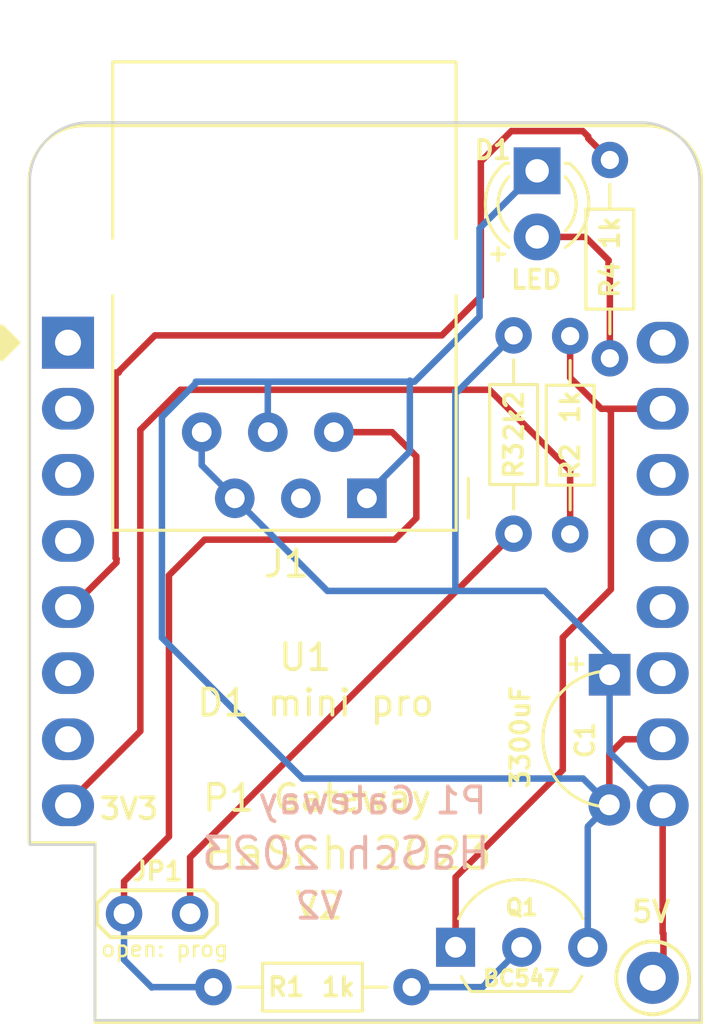
<source format=kicad_pcb>
(kicad_pcb (version 20211014) (generator pcbnew)
  (title_block (title "P1 Gateway") (date "2023-07-14") (rev "1") (company "HaSch"))
  (layers (0 "F.Cu" signal) (31 "B.Cu" signal) (34 "B.Paste" user) (35 "F.Paste" user) (36 "B.SilkS" user "B.Silkscreen") (37 "F.SilkS" user "F.Silkscreen") (38 "B.Mask" user) (39 "F.Mask" user) (44 "Edge.Cuts" user))
  (net 0 "")
  (net 1 "Net-(D1-Pad2)")
  (net 2 "Net-(Q1-Pad2)")
  (net 3 "Net-(Q1-Pad1)")
  (net 4 "Net-(C1-Pad1)")
  (net 5 "Net-(R2-Pad1)")
  (net 6 "Net-(JP1-Pad2)")
  (net 7 "Net-(R4-Pad1)")
  (net 20 "Net-(JP1-Pad1)")
  (net 21 "Net-(D1-Pad1)")
  (footprint "Connector_RJ:RJ12_Amphenol_54601" (layer "F.Cu") (at 184.21 66.94 180)
    (fp_text reference "J1" (at 3.09 -2.52) (layer "F.SilkS"))
    (fp_text value "6P6C")
    (fp_line (start -3.43 -1.23) (end 9.77 -1.23) (layer "F.SilkS") (width 0.12))
    (fp_line (start 9.77 16.77) (end 9.77 9.99) (layer "F.SilkS") (width 0.12))
    (fp_line (start 9.77 16.76) (end 9.77 16.77) (layer "F.SilkS") (width 0.1))
    (fp_line (start 9.77 16.65) (end 9.77 16.77) (layer "F.SilkS") (width 0.1))
    (fp_line (start -3.43 7.72) (end -3.43 7.79) (layer "F.SilkS") (width 0.1))
    (fp_line (start 9.77 16.77) (end -3.43 16.77) (layer "F.SilkS") (width 0.12))
    (fp_line (start 9.77 -1.23) (end 9.77 7.79) (layer "F.SilkS") (width 0.12))
    (fp_line (start -3.43 7.79) (end -3.43 -1.23) (layer "F.SilkS") (width 0.12))
    (fp_line (start -3.43 16.77) (end -3.43 9.99) (layer "F.SilkS") (width 0.12))
    (fp_line (start -3.9 0.77) (end -3.9 -0.76) (layer "F.SilkS") (width 0.12))
    (pad "" np_thru_hole circle (at -1.91 8.89 180) (size 3.25 3.25) (drill 3.25) (layers *.Cu *.Mask))
    (pad "" np_thru_hole circle (at 8.25 8.89 180) (size 3.25 3.25) (drill 3.25) (layers *.Cu *.Mask))
    (pad "1" thru_hole rect (at 0 0 180) (size 1.52 1.52) (drill 0.76) (layers *.Cu *.Mask) (net 21 "Net-(D1-Pad1)"))
    (pad "2" thru_hole circle (at 1.27 2.54 180) (size 1.52 1.52) (drill 0.76) (layers *.Cu *.Mask) (net 20 "Net-(JP1-Pad1)"))
    (pad "3" thru_hole circle (at 2.54 0 180) (size 1.52 1.52) (drill 0.76) (layers *.Cu *.Mask))
    (pad "4" thru_hole circle (at 3.81 2.54 180) (size 1.52 1.52) (drill 0.76) (layers *.Cu *.Mask) (net 21 "Net-(D1-Pad1)"))
    (pad "5" thru_hole circle (at 5.08 0 180) (size 1.52 1.52) (drill 0.76) (layers *.Cu *.Mask) (net 4 "Net-(C1-Pad1)"))
    (pad "6" thru_hole circle (at 6.35 2.54 180) (size 1.52 1.52) (drill 0.76) (layers *.Cu *.Mask) (net 4 "Net-(C1-Pad1)"))
  )
  (footprint "Resistor_THT:R_Axial_DIN0204_L3.6mm_D1.6mm_P7.62mm_Horizontal" (layer "F.Cu") (at 192.024 68.326 90)
    (fp_text reference "R2" (at 2.8 0 90) (layer "F.SilkS") (effects (font (size 0.7 0.7))))
    (fp_text value "1k" (at 4.9 0 90) (layer "F.SilkS") (effects (font (size 0.7 0.7))))
    (fp_line (start 6.68 0) (end 5.73 0) (layer "F.SilkS") (width 0.12))
    (fp_line (start 0.94 0) (end 1.89 0) (layer "F.SilkS") (width 0.12))
    (fp_line (start 5.73 0.92) (end 5.73 -0.92) (layer "F.SilkS") (width 0.12))
    (fp_line (start 5.73 -0.92) (end 1.89 -0.92) (layer "F.SilkS") (width 0.12))
    (fp_line (start 1.89 0.92) (end 5.73 0.92) (layer "F.SilkS") (width 0.12))
    (fp_line (start 1.89 -0.92) (end 1.89 0.92) (layer "F.SilkS") (width 0.12))
    (pad "1" thru_hole circle (at 0 0 90) (size 1.4 1.4) (drill 0.7) (layers *.Cu *.Mask) (net 5 "Net-(R2-Pad1)"))
    (pad "2" thru_hole oval (at 7.62 0 90) (size 1.4 1.4) (drill 0.7) (layers *.Cu *.Mask) (net 3 "Net-(Q1-Pad1)"))
  )
  (footprint "Capacitor_THT:CP_Radial_D5.0mm_P2.50mm" (layer "F.Cu") (at 193.6 74.94 -90)
    (fp_text reference "C1" (at 1.3 1 -90) (layer "F.SilkS") (effects (font (size 0.7 0.7))))
    (fp_text value "3300uF" (at 1.18 3.49 -90) (layer "F.SilkS") (effects (font (size 0.7 0.7))))
    (fp_line (start -1.88 1.34) (end -1.38 1.34) (layer "F.SilkS") (width 0.12))
    (fp_line (start -1.63 1.09) (end -1.63 1.59) (layer "F.SilkS") (width 0.12))
    (fp_arc (start 3.87 0) (mid 1.25 2.62) (end -1.37 0) (layer "F.SilkS") (width 0.12))
    (pad "1" thru_hole rect (at -1.22 0.06 270) (size 1.6 1.6) (drill 0.8) (layers *.Cu *.Mask) (net 4 "Net-(C1-Pad1)"))
    (pad "2" thru_hole circle (at 3.78 0.07 270) (size 1.6 1.6) (drill 0.8) (layers *.Cu *.Mask) (net 21 "Net-(D1-Pad1)"))
  )
  (footprint "TestPoint:TestPoint_2Pads_Pitch2.54mm_Drill0.8mm" (layer "F.Cu") (at 174.8736 82.9056)
    (fp_text reference "JP1" (at 1.29 -1.63) (layer "F.SilkS") (effects (font (size 0.7 0.7))))
    (fp_text value "open: prog" (at 1.5664 1.3544) (layer "F.SilkS") (effects (font (size 0.6 0.6) (thickness 0.1))))
    (fp_line (start 3.57 -0.4) (end 3.57 0.4) (layer "F.SilkS") (width 0.15))
    (fp_line (start -1.03 0.4) (end -1.03 -0.4) (layer "F.SilkS") (width 0.15))
    (fp_line (start 3.07 0.9) (end -0.53 0.9) (layer "F.SilkS") (width 0.15))
    (fp_line (start -0.53 0.9) (end -1.03 0.4) (layer "F.SilkS") (width 0.15))
    (fp_line (start 3.57 0.4) (end 3.07 0.9) (layer "F.SilkS") (width 0.15))
    (fp_line (start -0.53 -0.9) (end 3.07 -0.9) (layer "F.SilkS") (width 0.15))
    (fp_line (start -1.03 -0.4) (end -0.53 -0.9) (layer "F.SilkS") (width 0.15))
    (fp_line (start 3.07 -0.9) (end 3.57 -0.4) (layer "F.SilkS") (width 0.15))
    (pad "1" thru_hole circle (at 0 0) (size 1.4 1.4) (drill 0.8) (layers *.Cu *.Mask) (net 20 "Net-(JP1-Pad1)"))
    (pad "2" thru_hole circle (at 2.54 0) (size 1.4 1.4) (drill 0.8) (layers *.Cu *.Mask) (net 6 "Net-(JP1-Pad2)"))
  )
  (footprint "Module:WEMOS_D1_mini_light" (layer "F.Cu") (at 172.72 60.96)
    (fp_text reference "U1" (at 9.12 12.09) (layer "F.SilkS"))
    (fp_text value "D1 mini pro" hide)
    (fp_text user "D1 mini pro" (at 9.52 13.84) (layer "F.SilkS"))
    (fp_line (start 24.36 26.12) (end 24.36 -6.21) (layer "F.SilkS") (width 0.12))
    (fp_line (start -1.5 19.22) (end -1.5 -6.21) (layer "F.SilkS") (width 0.12))
    (fp_line (start 22.24 -8.34) (end 0.63 -8.34) (layer "F.SilkS") (width 0.12))
    (fp_line (start -1.5 19.22) (end 1.04 19.22) (layer "F.SilkS") (width 0.12))
    (fp_line (start 1.04 19.22) (end 1.04 26.12) (layer "F.SilkS") (width 0.12))
    (fp_line (start 1.04 26.12) (end 24.36 26.12) (layer "F.SilkS") (width 0.12))
    (fp_arc (start -1.5 -6.21) (mid -0.876137 -7.716137) (end 0.63 -8.34) (layer "F.SilkS") (width 0.12))
    (fp_arc (start 22.23 -8.34) (mid 23.736137 -7.716137) (end 24.36 -6.21) (layer "F.SilkS") (width 0.12))
    (fp_poly (pts (xy -2.54 -0.635) (xy -2.54 0.635) (xy -1.905 0)) (layer "F.SilkS") (width 0.15) (fill solid))
    (pad "1" thru_hole rect (at 0 0) (size 2 2) (drill 1) (layers *.Cu *.Mask))
    (pad "2" thru_hole oval (at 0 2.54) (size 2 1.6) (drill 1) (layers *.Cu *.Mask))
    (pad "3" thru_hole oval (at 0 5.08) (size 2 1.6) (drill 1) (layers *.Cu *.Mask))
    (pad "4" thru_hole oval (at 0 7.62) (size 2 1.6) (drill 1) (layers *.Cu *.Mask))
    (pad "5" thru_hole oval (at 0 10.16) (size 2 1.6) (drill 1) (layers *.Cu *.Mask) (net 7 "Net-(R4-Pad1)"))
    (pad "6" thru_hole oval (at 0 12.7) (size 2 1.6) (drill 1) (layers *.Cu *.Mask))
    (pad "7" thru_hole oval (at 0 15.24) (size 2 1.6) (drill 1) (layers *.Cu *.Mask))
    (pad "8" thru_hole oval (at 0 17.78) (size 2 1.6) (drill 1) (layers *.Cu *.Mask) (net 5 "Net-(R2-Pad1)"))
    (pad "9" thru_hole oval (at 22.86 17.78) (size 2 1.6) (drill 1) (layers *.Cu *.Mask) (net 4 "Net-(C1-Pad1)"))
    (pad "10" thru_hole oval (at 22.86 15.24) (size 2 1.6) (drill 1) (layers *.Cu *.Mask) (net 21 "Net-(D1-Pad1)"))
    (pad "11" thru_hole oval (at 22.86 12.7) (size 2 1.6) (drill 1) (layers *.Cu *.Mask))
    (pad "12" thru_hole oval (at 22.86 10.16) (size 2 1.6) (drill 1) (layers *.Cu *.Mask))
    (pad "13" thru_hole oval (at 22.86 7.62) (size 2 1.6) (drill 1) (layers *.Cu *.Mask))
    (pad "14" thru_hole oval (at 22.86 5.08) (size 2 1.6) (drill 1) (layers *.Cu *.Mask))
    (pad "15" thru_hole oval (at 22.86 2.54) (size 2 1.6) (drill 1) (layers *.Cu *.Mask) (net 3 "Net-(Q1-Pad1)"))
    (pad "16" thru_hole oval (at 22.86 0) (size 2 1.6) (drill 1) (layers *.Cu *.Mask))
  )
  (footprint "Resistor_THT:R_Axial_DIN0204_L3.6mm_D1.6mm_P7.62mm_Horizontal" (layer "F.Cu") (at 193.55 53.94 -90)
    (fp_text reference "R4" (at 4.6 0 90) (layer "F.SilkS") (effects (font (size 0.7 0.7))))
    (fp_text value "1k" (at 2.8 0 90) (layer "F.SilkS") (effects (font (size 0.7 0.7))))
    (fp_line (start 1.89 0.92) (end 5.73 0.92) (layer "F.SilkS") (width 0.12))
    (fp_line (start 0.94 0) (end 1.89 0) (layer "F.SilkS") (width 0.12))
    (fp_line (start 5.73 -0.92) (end 1.89 -0.92) (layer "F.SilkS") (width 0.12))
    (fp_line (start 6.68 0) (end 5.73 0) (layer "F.SilkS") (width 0.12))
    (fp_line (start 5.73 0.92) (end 5.73 -0.92) (layer "F.SilkS") (width 0.12))
    (fp_line (start 1.89 -0.92) (end 1.89 0.92) (layer "F.SilkS") (width 0.12))
    (pad "1" thru_hole circle (at 0 0 270) (size 1.4 1.4) (drill 0.7) (layers *.Cu *.Mask) (net 7 "Net-(R4-Pad1)"))
    (pad "2" thru_hole oval (at 7.62 0 270) (size 1.4 1.4) (drill 0.7) (layers *.Cu *.Mask) (net 1 "Net-(D1-Pad2)"))
  )
  (footprint "Package_TO_SOT_THT:TO-92L_Inline_Wide" (layer "F.Cu") (at 187.6198 84.1938)
    (fp_text reference "Q1" (at 2.54 -1.53) (layer "F.SilkS") (effects (font (size 0.6 0.6))))
    (fp_text value "BC547" (at 2.53 1.19) (layer "F.SilkS") (effects (font (size 0.6 0.6))))
    (fp_line (start 0.6 1.7) (end 4.45 1.7) (layer "F.SilkS") (width 0.12))
    (fp_arc (start 4.842383 1.112264) (mid 4.666594 1.419753) (end 4.45 1.7) (layer "F.SilkS") (width 0.12))
    (fp_arc (start 2.54 -2.6) (mid 3.936979 -2.192818) (end 4.8964 -1.098807) (layer "F.SilkS") (width 0.12))
    (fp_arc (start 0.1136 -1.098807) (mid 1.073021 -2.192817) (end 2.47 -2.6) (layer "F.SilkS") (width 0.12))
    (fp_arc (start 0.6 1.7) (mid 0.389183 1.423933) (end 0.217369 1.122045) (layer "F.SilkS") (width 0.12))
    (pad "1" thru_hole rect (at 0 0) (size 1.5 1.5) (drill 0.8) (layers *.Cu *.Mask) (net 3 "Net-(Q1-Pad1)"))
    (pad "2" thru_hole circle (at 2.54 0) (size 1.5 1.5) (drill 0.8) (layers *.Cu *.Mask) (net 2 "Net-(Q1-Pad2)"))
    (pad "3" thru_hole circle (at 5.08 0) (size 1.5 1.5) (drill 0.8) (layers *.Cu *.Mask) (net 21 "Net-(D1-Pad1)"))
  )
  (footprint "TestPoint:TestPoint_Keystone_5000-5004_Miniature" (layer "F.Cu") (at 195.199 85.3694)
    (fp_text reference "TP1" hide)
    (fp_text value "5V" (at -0.059 -2.5394) (layer "F.SilkS") (effects (font (size 0.8 0.8))))
    (fp_circle (center 0 0) (end 1.4 0) (layer "F.SilkS") (width 0.15) (fill none))
    (pad "1" thru_hole circle (at 0 0) (size 2 2) (drill 1) (layers *.Cu *.Mask) (net 4 "Net-(C1-Pad1)"))
  )
  (footprint "Resistor_THT:R_Axial_DIN0204_L3.6mm_D1.6mm_P7.62mm_Horizontal" (layer "F.Cu") (at 189.85 60.68 -90)
    (fp_text reference "R3" (at 4.8 0 90) (layer "F.SilkS") (effects (font (size 0.7 0.7))))
    (fp_text value "2k2" (at 3.1 -0.02 90) (layer "F.SilkS") (effects (font (size 0.7 0.7))))
    (fp_line (start 1.89 -0.92) (end 1.89 0.92) (layer "F.SilkS") (width 0.12))
    (fp_line (start 5.73 -0.92) (end 1.89 -0.92) (layer "F.SilkS") (width 0.12))
    (fp_line (start 5.73 0.92) (end 5.73 -0.92) (layer "F.SilkS") (width 0.12))
    (fp_line (start 6.68 0) (end 5.73 0) (layer "F.SilkS") (width 0.12))
    (fp_line (start 0.94 0) (end 1.89 0) (layer "F.SilkS") (width 0.12))
    (fp_line (start 1.89 0.92) (end 5.73 0.92) (layer "F.SilkS") (width 0.12))
    (pad "1" thru_hole circle (at 0 0 270) (size 1.4 1.4) (drill 0.7) (layers *.Cu *.Mask) (net 4 "Net-(C1-Pad1)"))
    (pad "2" thru_hole oval (at 7.62 0 270) (size 1.4 1.4) (drill 0.7) (layers *.Cu *.Mask) (net 6 "Net-(JP1-Pad2)"))
  )
  (footprint "Resistor_THT:R_Axial_DIN0204_L3.6mm_D1.6mm_P7.62mm_Horizontal" (layer "F.Cu") (at 178.308 85.725)
    (fp_text reference "R1" (at 2.8 0) (layer "F.SilkS") (effects (font (size 0.7 0.7))))
    (fp_text value "1k" (at 4.8 0) (layer "F.SilkS") (effects (font (size 0.7 0.7))))
    (fp_line (start 5.73 0.92) (end 5.73 -0.92) (layer "F.SilkS") (width 0.12))
    (fp_line (start 1.89 -0.92) (end 1.89 0.92) (layer "F.SilkS") (width 0.12))
    (fp_line (start 5.73 -0.92) (end 1.89 -0.92) (layer "F.SilkS") (width 0.12))
    (fp_line (start 1.89 0.92) (end 5.73 0.92) (layer "F.SilkS") (width 0.12))
    (fp_line (start 6.68 0) (end 5.73 0) (layer "F.SilkS") (width 0.12))
    (fp_line (start 0.94 0) (end 1.89 0) (layer "F.SilkS") (width 0.12))
    (pad "1" thru_hole circle (at 0 0) (size 1.4 1.4) (drill 0.7) (layers *.Cu *.Mask) (net 20 "Net-(JP1-Pad1)"))
    (pad "2" thru_hole oval (at 7.62 0) (size 1.4 1.4) (drill 0.7) (layers *.Cu *.Mask) (net 2 "Net-(Q1-Pad2)"))
  )
  (footprint "LED_THT:LED_D3.0mm" (layer "F.Cu") (at 190.754 54.356 -90)
    (fp_text reference "D1" (at -0.8 1.7 180) (layer "F.SilkS") (effects (font (size 0.7 0.7))))
    (fp_text value "LED" (at 4.184 0.034) (layer "F.SilkS") (effects (font (size 0.7 0.7))))
    (fp_line (start -0.29 -1.236) (end -0.29 -1.08) (layer "F.SilkS") (width 0.12))
    (fp_line (start 3.2 1.25) (end 3.2 1.75) (layer "F.SilkS") (width 0.12))
    (fp_line (start 2.95 1.5) (end 3.45 1.5) (layer "F.SilkS") (width 0.12))
    (fp_line (start -0.29 1.08) (end -0.29 1.236) (layer "F.SilkS") (width 0.12))
    (fp_arc (start -0.29 -1.235516) (mid 1.366487 -1.987659) (end 2.942335 -1.078608) (layer "F.SilkS") (width 0.12))
    (fp_arc (start 2.942335 1.078608) (mid 1.366487 1.987659) (end -0.29 1.235516) (layer "F.SilkS") (width 0.12))
    (fp_arc (start 2.31113 1.079837) (mid 1.270117 1.5) (end 0.229039 1.08) (layer "F.SilkS") (width 0.12))
    (fp_arc (start 0.229039 -1.08) (mid 1.270117 -1.5) (end 2.31113 -1.079837) (layer "F.SilkS") (width 0.12))
    (pad "1" thru_hole rect (at 0 0 270) (size 1.8 1.8) (drill 0.9) (layers *.Cu *.Mask) (net 21 "Net-(D1-Pad1)"))
    (pad "2" thru_hole circle (at 2.54 0 270) (size 1.8 1.8) (drill 0.9) (layers *.Cu *.Mask) (net 1 "Net-(D1-Pad2)"))
  )
  (gr_arc (start 171.25 54.75) (mid 171.90901 53.15901) (end 173.5 52.5) (layer "Edge.Cuts") (width 0.1))
  (gr_line (start 173.75 80.25) (end 171.25 80.25) (layer "Edge.Cuts") (width 0.1))
  (gr_arc (start 194.75 52.5) (mid 196.34099 53.15901) (end 197 54.75) (layer "Edge.Cuts") (width 0.1))
  (gr_line (start 197 54.75) (end 197 87) (layer "Edge.Cuts") (width 0.1))
  (gr_line (start 171.25 80.25) (end 171.25 54.75) (layer "Edge.Cuts") (width 0.1))
  (gr_line (start 173.75 87) (end 173.75 80.25) (layer "Edge.Cuts") (width 0.1))
  (gr_line (start 197 87) (end 173.75 87) (layer "Edge.Cuts") (width 0.1))
  (gr_line (start 171.25 80.25) (end 171.25 80.25) (layer "Edge.Cuts") (width 0.1))
  (gr_line (start 173.5 52.5) (end 194.75 52.5) (layer "Edge.Cuts") (width 0.1))
  (gr_rect (start 173.75 80.25) (end 173.75 80.25) (layer "Edge.Cuts") (width 0.1) (fill none))
  (gr_text "HaSch 2023" (at 183.4 80.59) (layer "B.SilkS") (effects (font (size 1.2 1.2)) (justify mirror)))
  (gr_text "V2" (at 182.38 82.6) (layer "B.SilkS") (effects (font (size 1 1)) (justify mirror)))
  (gr_text "P1 Gateway" (at 184.42 78.56) (layer "B.SilkS") (effects (font (size 1 1)) (justify mirror)))
  (gr_text "3V3" (at 175.06 78.87) (layer "F.SilkS") (effects (font (size 0.8 0.8))))
  (gr_text "V2" (at 182.38 82.6) (layer "F.SilkS") (effects (font (size 1 1))))
  (gr_text "HaSch 2023" (at 183.48 80.59) (layer "F.SilkS") (effects (font (size 1.2 1.2))))
  (gr_text "P1 Gateway" (at 182.3 78.46) (layer "F.SilkS") (effects (font (size 1 1))))
  (segment (start 190.754 56.896) (end 192.606 56.896) (width 0.25) (layer "F.Cu") (net 1))
  (segment (start 190.754 56.896) (end 190.78 56.87) (width 0.25) (layer "F.Cu") (net 1))
  (segment (start 193.5 58.01) (end 193.55 58.06) (width 0.25) (layer "F.Cu") (net 1))
  (segment (start 190.78 56.87) (end 191.3 56.87) (width 0.25) (layer "F.Cu") (net 1))
  (segment (start 193.55 58.06) (end 193.55 61.56) (width 0.25) (layer "F.Cu") (net 1))
  (segment (start 192.606 56.896) (end 193.5 57.79) (width 0.25) (layer "F.Cu") (net 1))
  (segment (start 193.5 57.79) (end 193.5 58.01) (width 0.25) (layer "F.Cu") (net 1))
  (segment (start 188.83 85.55) (end 188.655 85.725) (width 0.25) (layer "B.Cu") (net 2))
  (segment (start 190.1598 84.1938) (end 188.83 85.5236) (width 0.25) (layer "B.Cu") (net 2))
  (segment (start 188.83 85.5236) (end 188.83 85.55) (width 0.25) (layer "B.Cu") (net 2))
  (segment (start 188.655 85.725) (end 185.928 85.725) (width 0.25) (layer "B.Cu") (net 2))
  (segment (start 193.48 63.5) (end 195.58 63.5) (width 0.25) (layer "F.Cu") (net 3))
  (segment (start 191.74 72.29) (end 191.74 77.38) (width 0.25) (layer "F.Cu") (net 3))
  (segment (start 192.024 62.304) (end 193.22 63.5) (width 0.25) (layer "F.Cu") (net 3))
  (segment (start 193.59 70.44) (end 191.74 72.29) (width 0.25) (layer "F.Cu") (net 3))
  (segment (start 192.024 60.706) (end 192.024 62.304) (width 0.25) (layer "F.Cu") (net 3))
  (segment (start 193.48 63.5) (end 193.59 63.61) (width 0.25) (layer "F.Cu") (net 3))
  (segment (start 193.22 63.5) (end 193.48 63.5) (width 0.25) (layer "F.Cu") (net 3))
  (segment (start 193.59 63.61) (end 193.59 70.44) (width 0.25) (layer "F.Cu") (net 3))
  (segment (start 191.74 77.38) (end 187.6198 81.5002) (width 0.25) (layer "F.Cu") (net 3))
  (segment (start 187.6198 81.5002) (end 187.6198 84.1938) (width 0.25) (layer "F.Cu") (net 3))
  (segment (start 195.61 83.67) (end 195.61 84.9584) (width 0.25) (layer "F.Cu") (net 4))
  (segment (start 195.58 83.64) (end 195.61 83.67) (width 0.25) (layer "F.Cu") (net 4))
  (segment (start 195.61 84.9584) (end 195.199 85.3694) (width 0.25) (layer "F.Cu") (net 4))
  (segment (start 195.58 78.74) (end 195.58 83.64) (width 0.25) (layer "F.Cu") (net 4))
  (segment (start 177.86 64.4) (end 177.86 65.67) (width 0.25) (layer "B.Cu") (net 4))
  (segment (start 187.7 70.5) (end 191.05 70.5) (width 0.25) (layer "B.Cu") (net 4))
  (segment (start 193.54 73.72) (end 193.54 76.7) (width 0.25) (layer "B.Cu") (net 4))
  (segment (start 193.54 76.7) (end 195.58 78.74) (width 0.25) (layer "B.Cu") (net 4))
  (segment (start 177.86 65.67) (end 179.13 66.94) (width 0.25) (layer "B.Cu") (net 4))
  (segment (start 189.85 60.68) (end 187.69 62.84) (width 0.25) (layer "B.Cu") (net 4))
  (segment (start 187.61 70.41) (end 187.7 70.5) (width 0.25) (layer "B.Cu") (net 4))
  (segment (start 182.69 70.5) (end 187.7 70.5) (width 0.25) (layer "B.Cu") (net 4))
  (segment (start 187.61 62.84) (end 187.61 70.41) (width 0.25) (layer "B.Cu") (net 4))
  (segment (start 191.05 70.5) (end 193.54 72.99) (width 0.25) (layer "B.Cu") (net 4))
  (segment (start 179.13 66.94) (end 182.69 70.5) (width 0.25) (layer "B.Cu") (net 4))
  (segment (start 193.54 72.99) (end 193.54 73.72) (width 0.25) (layer "B.Cu") (net 4))
  (segment (start 187.69 62.84) (end 187.61 62.84) (width 0.25) (layer "B.Cu") (net 4))
  (segment (start 172.72 78.74) (end 172.72 78.67) (width 0.25) (layer "F.Cu") (net 5))
  (segment (start 177.04 62.77) (end 188.92 62.77) (width 0.25) (layer "F.Cu") (net 5))
  (segment (start 175.5 64.31) (end 177.04 62.77) (width 0.25) (layer "F.Cu") (net 5))
  (segment (start 175.5 75.89) (end 175.5 64.31) (width 0.25) (layer "F.Cu") (net 5))
  (segment (start 192.024 65.874) (end 192.024 68.326) (width 0.25) (layer "F.Cu") (net 5))
  (segment (start 172.72 78.67) (end 175.5 75.89) (width 0.25) (layer "F.Cu") (net 5))
  (segment (start 188.92 62.77) (end 192.024 65.874) (width 0.25) (layer "F.Cu") (net 5))
  (segment (start 177.4136 82.9056) (end 177.4136 80.7364) (width 0.25) (layer "F.Cu") (net 6))
  (segment (start 177.4136 80.7364) (end 189.85 68.3) (width 0.25) (layer "F.Cu") (net 6))
  (segment (start 192.72 53.04) (end 192.51 52.83) (width 0.25) (layer "F.Cu") (net 7))
  (segment (start 188.59 54) (end 188.59 59.18) (width 0.25) (layer "F.Cu") (net 7))
  (segment (start 187.09 60.68) (end 176.06 60.68) (width 0.25) (layer "F.Cu") (net 7))
  (segment (start 174.55 69.24) (end 174.59 69.28) (width 0.25) (layer "F.Cu") (net 7))
  (segment (start 176.06 60.68) (end 174.63 62.11) (width 0.25) (layer "F.Cu") (net 7))
  (segment (start 174.58 69.29) (end 174.58 69.41) (width 0.25) (layer "F.Cu") (net 7))
  (segment (start 172.87 71.12) (end 172.72 71.12) (width 0.25) (layer "F.Cu") (net 7))
  (segment (start 174.55 62.11) (end 174.67 62.11) (width 0.25) (layer "F.Cu") (net 7))
  (segment (start 174.55 62.11) (end 174.55 69.24) (width 0.25) (layer "F.Cu") (net 7))
  (segment (start 188.59 59.18) (end 187.09 60.68) (width 0.25) (layer "F.Cu") (net 7))
  (segment (start 189.76 52.83) (end 188.59 54) (width 0.25) (layer "F.Cu") (net 7))
  (segment (start 192.72 53.11) (end 192.72 53.04) (width 0.25) (layer "F.Cu") (net 7))
  (segment (start 193.55 53.94) (end 192.72 53.11) (width 0.25) (layer "F.Cu") (net 7))
  (segment (start 174.58 69.41) (end 172.87 71.12) (width 0.25) (layer "F.Cu") (net 7))
  (segment (start 192.51 52.83) (end 189.76 52.83) (width 0.25) (layer "F.Cu") (net 7))
  (segment (start 174.59 69.28) (end 174.58 69.29) (width 0.25) (layer "F.Cu") (net 7))
  (segment (start 174.8736 82.9056) (end 174.8736 81.6664) (width 0.25) (layer "F.Cu") (net 20))
  (segment (start 176.6 69.9) (end 177.97 68.53) (width 0.25) (layer "F.Cu") (net 20))
  (segment (start 177.97 68.53) (end 185.28 68.53) (width 0.25) (layer "F.Cu") (net 20))
  (segment (start 176.6 79.94) (end 176.6 69.9) (width 0.25) (layer "F.Cu") (net 20))
  (segment (start 174.8736 81.6664) (end 176.6 79.94) (width 0.25) (layer "F.Cu") (net 20))
  (segment (start 186.11 67.7) (end 186.11 65.33) (width 0.25) (layer "F.Cu") (net 20))
  (segment (start 185.18 64.4) (end 182.94 64.4) (width 0.25) (layer "F.Cu") (net 20))
  (segment (start 185.28 68.53) (end 186.11 67.7) (width 0.25) (layer "F.Cu") (net 20))
  (segment (start 186.11 65.33) (end 185.18 64.4) (width 0.25) (layer "F.Cu") (net 20))
  (segment (start 175.94 85.74) (end 175.955 85.725) (width 0.25) (layer "B.Cu") (net 20))
  (segment (start 175.955 85.725) (end 178.308 85.725) (width 0.25) (layer "B.Cu") (net 20))
  (segment (start 174.8736 84.6736) (end 175.94 85.74) (width 0.25) (layer "B.Cu") (net 20))
  (segment (start 174.8736 82.9056) (end 174.8736 84.6736) (width 0.25) (layer "B.Cu") (net 20))
  (segment (start 193.53 78.72) (end 193.53 76.77) (width 0.25) (layer "F.Cu") (net 21))
  (segment (start 195.58 76.2) (end 195.58 76.67) (width 0.25) (layer "F.Cu") (net 21))
  (segment (start 193.53 76.77) (end 194.1 76.2) (width 0.25) (layer "F.Cu") (net 21))
  (segment (start 194.1 76.2) (end 195.58 76.2) (width 0.25) (layer "F.Cu") (net 21))
  (segment (start 177.63 62.46) (end 180.51 62.46) (width 0.25) (layer "B.Cu") (net 21))
  (segment (start 185.86 62.42) (end 185.86 65.14) (width 0.25) (layer "B.Cu") (net 21))
  (segment (start 193.53 78.72) (end 192.52 77.71) (width 0.25) (layer "B.Cu") (net 21))
  (segment (start 180.4 64.4) (end 180.4 62.57) (width 0.25) (layer "B.Cu") (net 21))
  (segment (start 185.82 62.46) (end 185.86 62.42) (width 0.25) (layer "B.Cu") (net 21))
  (segment (start 192.71 79.54) (end 193.53 78.72) (width 0.25) (layer "B.Cu") (net 21))
  (segment (start 181.74 77.71) (end 176.33 72.3) (width 0.25) (layer "B.Cu") (net 21))
  (segment (start 190.754 54.356) (end 188.54 56.57) (width 0.25) (layer "B.Cu") (net 21))
  (segment (start 180.51 62.46) (end 186.04 62.46) (width 0.25) (layer "B.Cu") (net 21))
  (segment (start 188.54 56.57) (end 188.54 59.96) (width 0.25) (layer "B.Cu") (net 21))
  (segment (start 192.6998 84.1938) (end 192.6998 79.5798) (width 0.25) (layer "B.Cu") (net 21))
  (segment (start 192.52 77.71) (end 181.74 77.71) (width 0.25) (layer "B.Cu") (net 21))
  (segment (start 180.4 62.57) (end 180.51 62.46) (width 0.25) (layer "B.Cu") (net 21))
  (segment (start 188.54 59.96) (end 186.04 62.46) (width 0.25) (layer "B.Cu") (net 21))
  (segment (start 176.33 72.3) (end 176.33 63.82) (width 0.25) (layer "B.Cu") (net 21))
  (segment (start 176.33 63.82) (end 177.69 62.46) (width 0.25) (layer "B.Cu") (net 21))
  (segment (start 185.86 65.14) (end 184.21 66.79) (width 0.25) (layer "B.Cu") (net 21))
)
</source>
